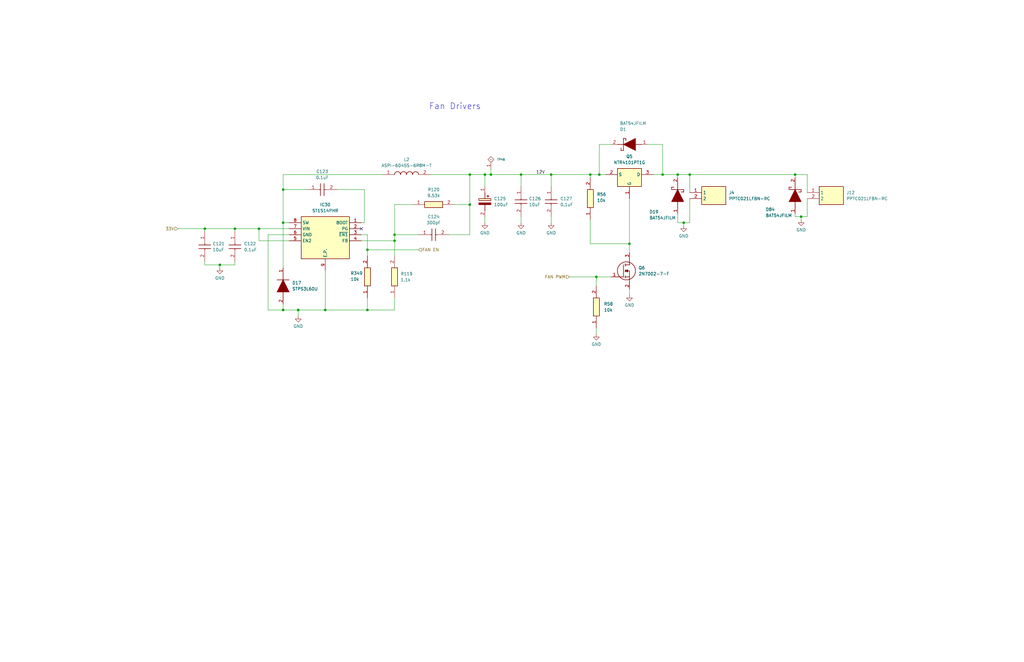
<source format=kicad_sch>
(kicad_sch (version 20231120) (generator "eeschema") (generator_version "8.0")
  (paper "B")
  (title_block (title "Audio System") (date "2025-02-06") (rev "P1") (company "Wolfe Engineering"))
  (lib_symbols
    (symbol "1 Audio Amp:NTR4101PT1G"
      (property "Reference" "Q" (at 16.51 7.62 0))
      (property "Value" "NTR4101PT1G" (at 16.51 5.08 0))
      (symbol "NTR4101PT1G_1_1"
        (rectangle (start 5.08 2.54) (end 15.24 -5.08) (stroke (width 0.254)) (fill (type background)))
        (pin passive line (at 10.16 -10.16 90) (length 5.08) (name "G") (number "1"))
        (pin passive line (at 0 0 0) (length 5.08) (name "S") (number "2"))
        (pin passive line (at 20.32 0 180) (length 5.08) (name "D") (number "3"))
      )
    )
    (symbol "1 Audio Amp:PPTC021LFBN-RC"
      (property "Reference" "J" (at 16.51 7.62 0))
      (property "Value" "PPTC021LFBN-RC" (at 16.51 5.08 0))
      (symbol "PPTC021LFBN-RC_1_1"
        (rectangle (start 5.08 2.54) (end 15.24 -5.08) (stroke (width 0.254)) (fill (type background)))
        (pin passive line (at 0 0 0) (length 5.08) (name "1") (number "1"))
        (pin passive line (at 0 -2.54 0) (length 5.08) (name "2") (number "2"))
      )
    )
    (symbol "Audio System:2N7002-7-F" (pin_names hide)
      (property "Reference" "Q" (at 11.43 3.81 0))
      (property "Value" "2N7002-7-F" (at 11.43 1.27 0))
      (symbol "2N7002-7-F_1_1"
        (polyline (pts (xy 2.54 0) (xy 5.08 0)) (stroke (width 0.254)))
        (polyline (pts (xy 5.08 5.08) (xy 5.08 0)) (stroke (width 0.254)))
        (polyline (pts (xy 5.842 -0.508) (xy 5.842 0.508)) (stroke (width 0.254)))
        (polyline (pts (xy 5.842 0) (xy 7.62 0)) (stroke (width 0.254)))
        (polyline (pts (xy 5.842 2.032) (xy 5.842 3.048)) (stroke (width 0.254)))
        (polyline (pts (xy 5.842 5.588) (xy 5.842 4.572)) (stroke (width 0.254)))
        (polyline (pts (xy 7.62 2.54) (xy 5.842 2.54)) (stroke (width 0.254)))
        (polyline (pts (xy 7.62 2.54) (xy 7.62 -2.54)) (stroke (width 0.254)))
        (polyline (pts (xy 7.62 5.08) (xy 5.842 5.08)) (stroke (width 0.254)))
        (polyline (pts (xy 7.62 5.08) (xy 7.62 7.62)) (stroke (width 0.254)))
        (polyline (pts (xy 5.842 2.54) (xy 6.858 3.048) (xy 6.858 2.032) (xy 5.842 2.54)) (stroke (width 0.254)) (fill (type outline)))
        (circle (center 6.35 2.54) (radius 3.81) (stroke (width 0.254)))
        (pin passive line (at 0 0 0) (length 2.54) (name "G") (number "1"))
        (pin passive line (at 7.62 -5.08 90) (length 2.54) (name "S") (number "2"))
        (pin passive line (at 7.62 10.16 270) (length 2.54) (name "D") (number "3"))
      )
    )
    (symbol "Audio System:865080343009" (pin_names hide)
      (property "Reference" "C" (at 8.89 6.35 0))
      (property "Value" "865080343009" (at 8.89 3.81 0))
      (symbol "865080343009_1_1"
        (polyline (pts (xy 2.54 0) (xy 5.08 0)) (stroke (width 0.254)))
        (polyline (pts (xy 4.064 1.778) (xy 4.064 0.762)) (stroke (width 0.254)))
        (polyline (pts (xy 4.572 1.27) (xy 3.556 1.27)) (stroke (width 0.254)))
        (polyline (pts (xy 7.62 0) (xy 10.16 0)) (stroke (width 0.254)))
        (polyline (pts (xy 7.62 2.54) (xy 7.62 -2.54) (xy 6.858 -2.54) (xy 6.858 2.54) (xy 7.62 2.54)) (stroke (width 0.254)) (fill (type outline)))
        (rectangle (start 5.08 2.54) (end 5.842 -2.54) (stroke (width 0.254)) (fill (type background)))
        (pin passive line (at 0 0 0) (length 2.54) (name "+") (number "1"))
        (pin passive line (at 12.7 0 180) (length 2.54) (name "-") (number "2"))
      )
    )
    (symbol "Audio System:ASPI-6045S-6R8M-T" (pin_names hide)
      (property "Reference" "L" (at 16.51 6.35 0))
      (property "Value" "ASPI-6045S-6R8M-T" (at 16.51 3.81 0))
      (symbol "ASPI-6045S-6R8M-T_1_1"
        (arc (start 7.62 0) (mid 6.35 1.219) (end 5.08 0) (stroke (width 0.254)))
        (arc (start 10.16 0) (mid 8.89 1.219) (end 7.62 0) (stroke (width 0.254)))
        (arc (start 12.7 0) (mid 11.43 1.219) (end 10.16 0) (stroke (width 0.254)))
        (arc (start 15.24 0) (mid 13.97 1.219) (end 12.7 0) (stroke (width 0.254)))
        (pin passive line (at 0 0 0) (length 5.08) (name "1") (number "1"))
        (pin passive line (at 20.32 0 180) (length 5.08) (name "2") (number "2"))
      )
    )
    (symbol "Audio System:BAT54JFILM" (pin_names hide)
      (property "Reference" "D" (at 12.7 8.89 0))
      (property "Value" "BAT54JFILM" (at 12.7 6.35 0))
      (symbol "BAT54JFILM_1_1"
        (polyline (pts (xy 5.08 0) (xy 7.62 0)) (stroke (width 0.254)))
        (polyline (pts (xy 6.604 -1.524) (xy 6.604 -2.54)) (stroke (width 0.254)))
        (polyline (pts (xy 7.62 -2.54) (xy 6.604 -2.54)) (stroke (width 0.254)))
        (polyline (pts (xy 7.62 2.54) (xy 7.62 -2.54)) (stroke (width 0.254)))
        (polyline (pts (xy 7.62 2.54) (xy 8.636 2.54)) (stroke (width 0.254)))
        (polyline (pts (xy 8.636 1.524) (xy 8.636 2.54)) (stroke (width 0.254)))
        (polyline (pts (xy 12.7 0) (xy 15.24 0)) (stroke (width 0.254)))
        (polyline (pts (xy 7.62 0) (xy 12.7 2.54) (xy 12.7 -2.54) (xy 7.62 0)) (stroke (width 0.254)) (fill (type outline)))
        (pin passive line (at 17.78 0 180) (length 2.54) (name "A") (number "1"))
        (pin passive line (at 2.54 0 0) (length 2.54) (name "K") (number "2"))
      )
    )
    (symbol "Audio System:C0603C104M5RACTU" (pin_names hide)
      (property "Reference" "C" (at 8.89 6.35 0))
      (property "Value" "C0603C104M5RACTU" (at 8.89 3.81 0))
      (symbol "C0603C104M5RACTU_1_1"
        (polyline (pts (xy 5.08 0) (xy 5.588 0)) (stroke (width 0.254)))
        (polyline (pts (xy 5.588 2.54) (xy 5.588 -2.54)) (stroke (width 0.254)))
        (polyline (pts (xy 7.112 0) (xy 7.62 0)) (stroke (width 0.254)))
        (polyline (pts (xy 7.112 2.54) (xy 7.112 -2.54)) (stroke (width 0.254)))
        (pin passive line (at 0 0 0) (length 5.08) (name "1") (number "1"))
        (pin passive line (at 12.7 0 180) (length 5.08) (name "2") (number "2"))
      )
    )
    (symbol "Audio System:CL31A106MBHNNNE" (pin_names hide)
      (property "Reference" "C" (at 8.89 6.35 0))
      (property "Value" "CL31A106MBHNNNE" (at 8.89 3.81 0))
      (symbol "CL31A106MBHNNNE_1_1"
        (polyline (pts (xy 5.08 0) (xy 5.588 0)) (stroke (width 0.254)))
        (polyline (pts (xy 5.588 2.54) (xy 5.588 -2.54)) (stroke (width 0.254)))
        (polyline (pts (xy 7.112 0) (xy 7.62 0)) (stroke (width 0.254)))
        (polyline (pts (xy 7.112 2.54) (xy 7.112 -2.54)) (stroke (width 0.254)))
        (pin passive line (at 0 0 0) (length 5.08) (name "1") (number "1"))
        (pin passive line (at 12.7 0 180) (length 5.08) (name "2") (number "2"))
      )
    )
    (symbol "Audio System:GCM1555C1H301JA16D" (pin_names hide)
      (property "Reference" "C" (at 8.89 6.35 0))
      (property "Value" "GCM1555C1H301JA16D" (at 8.89 3.81 0))
      (symbol "GCM1555C1H301JA16D_1_1"
        (polyline (pts (xy 5.08 0) (xy 5.588 0)) (stroke (width 0.254)))
        (polyline (pts (xy 5.588 2.54) (xy 5.588 -2.54)) (stroke (width 0.254)))
        (polyline (pts (xy 7.112 0) (xy 7.62 0)) (stroke (width 0.254)))
        (polyline (pts (xy 7.112 2.54) (xy 7.112 -2.54)) (stroke (width 0.254)))
        (pin passive line (at 0 0 0) (length 5.08) (name "1") (number "1"))
        (pin passive line (at 12.7 0 180) (length 5.08) (name "2") (number "2"))
      )
    )
    (symbol "Audio System:RC0603FR-0710KL" (pin_names hide)
      (property "Reference" "R" (at 13.97 6.35 0))
      (property "Value" "RC0603FR-0710KL" (at 13.97 3.81 0))
      (symbol "RC0603FR-0710KL_1_1"
        (rectangle (start 5.08 1.27) (end 12.7 -1.27) (stroke (width 0.254)) (fill (type background)))
        (pin passive line (at 0 0 0) (length 5.08) (name "1") (number "1"))
        (pin passive line (at 17.78 0 180) (length 5.08) (name "2") (number "2"))
      )
    )
    (symbol "Audio System:RC0603FR-071K1L" (pin_names hide)
      (property "Reference" "R" (at 13.97 6.35 0))
      (property "Value" "RC0603FR-071K1L" (at 13.97 3.81 0))
      (symbol "RC0603FR-071K1L_1_1"
        (rectangle (start 5.08 1.27) (end 12.7 -1.27) (stroke (width 0.254)) (fill (type background)))
        (pin passive line (at 0 0 0) (length 5.08) (name "1") (number "1"))
        (pin passive line (at 17.78 0 180) (length 5.08) (name "2") (number "2"))
      )
    )
    (symbol "Audio System:RC0603FR-079K53L" (pin_names hide)
      (property "Reference" "R" (at 13.97 6.35 0))
      (property "Value" "RC0603FR-079K53L" (at 13.97 3.81 0))
      (symbol "RC0603FR-079K53L_1_1"
        (rectangle (start 5.08 1.27) (end 12.7 -1.27) (stroke (width 0.254)) (fill (type background)))
        (pin passive line (at 0 0 0) (length 5.08) (name "1") (number "1"))
        (pin passive line (at 17.78 0 180) (length 5.08) (name "2") (number "2"))
      )
    )
    (symbol "Audio System:ST1S14PHR"
      (property "Reference" "IC" (at 26.67 7.62 0))
      (property "Value" "ST1S14PHR" (at 26.67 5.08 0))
      (symbol "ST1S14PHR_1_1"
        (rectangle (start 5.08 2.54) (end 25.4 -15.24) (stroke (width 0.254)) (fill (type background)))
        (pin passive line (at 0 0 0) (length 5.08) (name "BOOT") (number "1"))
        (pin passive line (at 0 -2.54 0) (length 5.08) (name "PG") (number "2"))
        (pin passive line (at 0 -5.08 0) (length 5.08) (name "~{EN1}") (number "3"))
        (pin passive line (at 0 -7.62 0) (length 5.08) (name "FB") (number "4"))
        (pin passive line (at 30.48 -7.62 180) (length 5.08) (name "EN2") (number "5"))
        (pin passive line (at 30.48 -5.08 180) (length 5.08) (name "GND") (number "6"))
        (pin passive line (at 30.48 -2.54 180) (length 5.08) (name "VIN") (number "7"))
        (pin passive line (at 30.48 0 180) (length 5.08) (name "SW") (number "8"))
        (pin passive line (at 15.24 -20.32 90) (length 5.08) (name "E.P.") (number "9"))
      )
    )
    (symbol "Audio System:STPS3L60U" (pin_names hide)
      (property "Reference" "D" (at 11.43 5.08 0))
      (property "Value" "STPS3L60U" (at 11.43 2.54 0))
      (symbol "STPS3L60U_1_1"
        (polyline (pts (xy 2.54 0) (xy 5.08 0)) (stroke (width 0.254)))
        (polyline (pts (xy 5.08 2.54) (xy 5.08 -2.54)) (stroke (width 0.254)))
        (polyline (pts (xy 10.16 0) (xy 12.7 0)) (stroke (width 0.254)))
        (polyline (pts (xy 5.08 0) (xy 10.16 2.54) (xy 10.16 -2.54) (xy 5.08 0)) (stroke (width 0.254)) (fill (type outline)))
        (pin passive line (at 0 0 0) (length 2.54) (name "K") (number "1"))
        (pin passive line (at 15.24 0 180) (length 2.54) (name "A") (number "2"))
      )
    )
    (symbol "Audio System:TP"
      (property "Reference" "TP" (at 2.54 -1.27 0))
      (symbol "TP_0_1"
        (polyline (pts (xy 0 -1.27) (xy 1.27 0) (xy 0 1.27) (xy -1.27 0) (xy 0 -1.27)))
      )
      (symbol "TP_1_1"
        (pin input line (at 0 -3.81 90) (length 2.54) (name "") (number "1"))
      )
    )
    (symbol "GND_10" (power) (pin_names (offset 0))
      (property "Value" "GND" (at 0 -3.81 0))
      (symbol "GND_10_0_1"
        (polyline (pts (xy 0 0) (xy 0 -1.27) (xy 1.27 -1.27) (xy 0 -2.54) (xy -1.27 -1.27) (xy 0 -1.27)))
      )
      (symbol "GND_10_1_1"
        (pin power_in line (at 0 0 270) (length 0) hide (name "GND") (number "1"))
      )
    )
    (symbol "GND_2" (power) (pin_names (offset 0))
      (property "Value" "GND" (at 0 -3.81 0))
      (symbol "GND_2_0_1"
        (polyline (pts (xy 0 0) (xy 0 -1.27) (xy 1.27 -1.27) (xy 0 -2.54) (xy -1.27 -1.27) (xy 0 -1.27)))
      )
      (symbol "GND_2_1_1"
        (pin power_in line (at 0 0 270) (length 0) hide (name "GND") (number "1"))
      )
    )
    (symbol "GND_3" (power) (pin_names (offset 0))
      (property "Value" "GND" (at 0 -3.81 0))
      (symbol "GND_3_0_1"
        (polyline (pts (xy 0 0) (xy 0 -1.27) (xy 1.27 -1.27) (xy 0 -2.54) (xy -1.27 -1.27) (xy 0 -1.27)))
      )
      (symbol "GND_3_1_1"
        (pin power_in line (at 0 0 270) (length 0) hide (name "GND") (number "1"))
      )
    )
    (symbol "GND_6" (power) (pin_names (offset 0))
      (property "Value" "GND" (at 0 -3.81 0))
      (symbol "GND_6_0_1"
        (polyline (pts (xy 0 0) (xy 0 -1.27) (xy 1.27 -1.27) (xy 0 -2.54) (xy -1.27 -1.27) (xy 0 -1.27)))
      )
      (symbol "GND_6_1_1"
        (pin power_in line (at 0 0 270) (length 0) hide (name "GND") (number "1"))
      )
    )
    (symbol "GND_8" (power) (pin_names (offset 0))
      (property "Value" "GND" (at 0 -3.81 0))
      (symbol "GND_8_0_1"
        (polyline (pts (xy 0 0) (xy 0 -1.27) (xy 1.27 -1.27) (xy 0 -2.54) (xy -1.27 -1.27) (xy 0 -1.27)))
      )
      (symbol "GND_8_1_1"
        (pin power_in line (at 0 0 270) (length 0) hide (name "GND") (number "1"))
      )
    )
    (symbol "power:GND" (power) (pin_names (offset 0))
      (property "Value" "GND" (at 0 -3.81 0))
      (symbol "GND_0_1"
        (polyline (pts (xy 0 0) (xy 0 -1.27) (xy 1.27 -1.27) (xy 0 -2.54) (xy -1.27 -1.27) (xy 0 -1.27)))
      )
      (symbol "GND_1_1"
        (pin power_in line (at 0 0 270) (length 0) hide (name "GND") (number "1"))
      )
    )
  )
  (junction (at 198.12 73.66))
  (junction (at 207.01 73.66))
  (junction (at 232.41 73.66))
  (junction (at 154.94 130.81))
  (junction (at 166.37 99.06))
  (junction (at 335.28 73.66))
  (junction (at 119.38 130.81))
  (junction (at 252.73 73.66))
  (junction (at 99.06 96.52))
  (junction (at 219.71 73.66))
  (junction (at 86.36 96.52))
  (junction (at 285.75 73.66))
  (junction (at 204.47 73.66))
  (junction (at 154.94 105.41))
  (junction (at 265.43 102.87))
  (junction (at 92.71 111.76))
  (junction (at 109.22 96.52))
  (junction (at 119.38 80.01))
  (junction (at 290.83 73.66))
  (junction (at 198.12 86.36))
  (junction (at 279.4 73.66))
  (junction (at 337.82 91.44))
  (junction (at 251.46 116.84))
  (junction (at 119.38 93.98))
  (junction (at 125.73 130.81))
  (junction (at 166.37 101.6))
  (junction (at 137.16 130.81))
  (junction (at 248.92 73.66))
  (junction (at 288.29 93.98))
  (no_connect (at 152.4 96.52))
  (wire (pts (xy 285.75 90.17) (xy 285.75 93.98)))
  (wire (pts (xy 154.94 105.41) (xy 154.94 99.06)))
  (wire (pts (xy 290.83 73.66) (xy 290.83 81.28)))
  (wire (pts (xy 99.06 110.49) (xy 99.06 111.76)))
  (wire (pts (xy 86.36 96.52) (xy 99.06 96.52)))
  (wire (pts (xy 74.93 96.52) (xy 86.36 96.52)))
  (wire (pts (xy 176.53 99.06) (xy 166.37 99.06)))
  (wire (pts (xy 153.67 80.01) (xy 142.24 80.01)))
  (wire (pts (xy 288.29 93.98) (xy 288.29 95.25)))
  (wire (pts (xy 251.46 120.65) (xy 251.46 116.84)))
  (wire (pts (xy 86.36 97.79) (xy 86.36 96.52)))
  (wire (pts (xy 137.16 130.81) (xy 154.94 130.81)))
  (wire (pts (xy 173.99 86.36) (xy 166.37 86.36)))
  (wire (pts (xy 166.37 130.81) (xy 166.37 125.73)))
  (wire (pts (xy 198.12 73.66) (xy 198.12 86.36)))
  (wire (pts (xy 207.01 71.12) (xy 207.01 73.66)))
  (wire (pts (xy 335.28 90.17) (xy 335.28 91.44)))
  (wire (pts (xy 290.83 83.82) (xy 290.83 93.98)))
  (wire (pts (xy 337.82 91.44) (xy 337.82 92.71)))
  (wire (pts (xy 166.37 101.6) (xy 166.37 107.95)))
  (wire (pts (xy 219.71 73.66) (xy 219.71 78.74)))
  (wire (pts (xy 119.38 80.01) (xy 119.38 73.66)))
  (wire (pts (xy 257.81 60.96) (xy 252.73 60.96)))
  (wire (pts (xy 248.92 102.87) (xy 265.43 102.87)))
  (wire (pts (xy 232.41 73.66) (xy 232.41 78.74)))
  (wire (pts (xy 152.4 101.6) (xy 166.37 101.6)))
  (wire (pts (xy 204.47 91.44) (xy 204.47 93.98)))
  (wire (pts (xy 265.43 121.92) (xy 265.43 124.46)))
  (wire (pts (xy 198.12 73.66) (xy 204.47 73.66)))
  (wire (pts (xy 252.73 73.66) (xy 255.27 73.66)))
  (wire (pts (xy 290.83 73.66) (xy 335.28 73.66)))
  (wire (pts (xy 340.36 73.66) (xy 340.36 81.28)))
  (wire (pts (xy 251.46 138.43) (xy 251.46 140.97)))
  (wire (pts (xy 189.23 99.06) (xy 198.12 99.06)))
  (wire (pts (xy 181.61 73.66) (xy 198.12 73.66)))
  (wire (pts (xy 109.22 96.52) (xy 121.92 96.52)))
  (wire (pts (xy 154.94 107.95) (xy 154.94 105.41)))
  (wire (pts (xy 99.06 111.76) (xy 92.71 111.76)))
  (wire (pts (xy 176.53 105.41) (xy 154.94 105.41)))
  (wire (pts (xy 153.67 93.98) (xy 153.67 80.01)))
  (wire (pts (xy 125.73 130.81) (xy 119.38 130.81)))
  (wire (pts (xy 285.75 73.66) (xy 285.75 74.93)))
  (wire (pts (xy 152.4 93.98) (xy 153.67 93.98)))
  (wire (pts (xy 340.36 83.82) (xy 340.36 91.44)))
  (wire (pts (xy 288.29 93.98) (xy 285.75 93.98)))
  (wire (pts (xy 248.92 73.66) (xy 252.73 73.66)))
  (wire (pts (xy 275.59 73.66) (xy 279.4 73.66)))
  (wire (pts (xy 279.4 60.96) (xy 279.4 73.66)))
  (wire (pts (xy 219.71 73.66) (xy 232.41 73.66)))
  (wire (pts (xy 119.38 93.98) (xy 121.92 93.98)))
  (wire (pts (xy 119.38 93.98) (xy 119.38 113.03)))
  (wire (pts (xy 248.92 102.87) (xy 248.92 92.71)))
  (wire (pts (xy 109.22 101.6) (xy 109.22 96.52)))
  (wire (pts (xy 119.38 80.01) (xy 119.38 93.98)))
  (wire (pts (xy 129.54 80.01) (xy 119.38 80.01)))
  (wire (pts (xy 219.71 91.44) (xy 219.71 93.98)))
  (wire (pts (xy 273.05 60.96) (xy 279.4 60.96)))
  (wire (pts (xy 92.71 111.76) (xy 86.36 111.76)))
  (wire (pts (xy 99.06 96.52) (xy 109.22 96.52)))
  (wire (pts (xy 279.4 73.66) (xy 285.75 73.66)))
  (wire (pts (xy 119.38 130.81) (xy 113.03 130.81)))
  (wire (pts (xy 166.37 86.36) (xy 166.37 99.06)))
  (wire (pts (xy 191.77 86.36) (xy 198.12 86.36)))
  (wire (pts (xy 137.16 114.3) (xy 137.16 130.81)))
  (wire (pts (xy 113.03 99.06) (xy 113.03 130.81)))
  (wire (pts (xy 207.01 73.66) (xy 219.71 73.66)))
  (wire (pts (xy 166.37 99.06) (xy 166.37 101.6)))
  (wire (pts (xy 335.28 73.66) (xy 340.36 73.66)))
  (wire (pts (xy 248.92 73.66) (xy 248.92 74.93)))
  (wire (pts (xy 125.73 130.81) (xy 137.16 130.81)))
  (wire (pts (xy 204.47 73.66) (xy 204.47 78.74)))
  (wire (pts (xy 337.82 91.44) (xy 340.36 91.44)))
  (wire (pts (xy 92.71 111.76) (xy 92.71 113.03)))
  (wire (pts (xy 285.75 73.66) (xy 290.83 73.66)))
  (wire (pts (xy 119.38 73.66) (xy 161.29 73.66)))
  (wire (pts (xy 252.73 60.96) (xy 252.73 73.66)))
  (wire (pts (xy 265.43 83.82) (xy 265.43 102.87)))
  (wire (pts (xy 335.28 91.44) (xy 337.82 91.44)))
  (wire (pts (xy 154.94 99.06) (xy 152.4 99.06)))
  (wire (pts (xy 251.46 116.84) (xy 257.81 116.84)))
  (wire (pts (xy 232.41 73.66) (xy 248.92 73.66)))
  (wire (pts (xy 288.29 93.98) (xy 290.83 93.98)))
  (wire (pts (xy 99.06 96.52) (xy 99.06 97.79)))
  (wire (pts (xy 154.94 130.81) (xy 166.37 130.81)))
  (wire (pts (xy 232.41 91.44) (xy 232.41 93.98)))
  (wire (pts (xy 125.73 130.81) (xy 125.73 133.35)))
  (wire (pts (xy 240.03 116.84) (xy 251.46 116.84)))
  (wire (pts (xy 121.92 101.6) (xy 109.22 101.6)))
  (wire (pts (xy 265.43 102.87) (xy 265.43 106.68)))
  (wire (pts (xy 198.12 86.36) (xy 198.12 99.06)))
  (wire (pts (xy 121.92 99.06) (xy 113.03 99.06)))
  (wire (pts (xy 86.36 111.76) (xy 86.36 110.49)))
  (wire (pts (xy 154.94 125.73) (xy 154.94 130.81)))
  (wire (pts (xy 119.38 128.27) (xy 119.38 130.81)))
  (wire (pts (xy 204.47 73.66) (xy 207.01 73.66)))
  (wire (pts (xy 335.28 74.93) (xy 335.28 73.66)))
  (text "Fan Drivers" (at 180.848 46.482 0) (effects (font (size 2.54 2.54)) (justify left bottom)))
  (label "12V" (at 226.06 73.66 0))
  (hierarchical_label "33V" (shape input) (at 74.93 96.52 180))
  (hierarchical_label "FAN PWM" (shape input) (at 240.03 116.84 180))
  (hierarchical_label "FAN EN" (shape input) (at 176.53 105.41 0))
  (symbol (lib_id "Audio System:RC0603FR-071K1L") (at 166.37 125.73 90) (unit 1)
    (property "Reference" "R119" (at 168.91 115.57 90) (effects (justify right)))
    (property "Value" "1.1k" (at 168.91 118.11 90) (effects (justify right)))
    (property "Footprint" "1 Audio Amp:RESC1608X55N" (effects (hide yes)))
    (property "Datasheet" "https://www.mouser.com/datasheet/2/447/PYu-RC_Group_51_RoHS_L_9-1314892.pdf" (effects (hide yes)))
    (property "Height" "0.55" (effects (hide yes)))
    (property "Manufacturer_Name" "YAGEO" (effects (hide yes)))
    (property "Manufacturer_Part_Number" "RC0603FR-071K1L" (effects (hide yes)))
    (property "Mouser Part Number" "603-RC0603FR-071K1L" (effects (hide yes)))
    (property "Mouser Price/Stock" "https://www.mouser.co.uk/ProductDetail/YAGEO/RC0603FR-071K1L?qs=qOORb529CA13A6%252BuNPCZDQ%3D%3D" (effects (hide yes)))
  )
  (symbol (lib_id "Audio System:RC0603FR-0710KL") (at 251.46 138.43 90) (unit 1)
    (property "Reference" "R58" (at 254.635 128.27 90) (effects (justify right)))
    (property "Value" "10k" (at 254.635 130.81 90) (effects (justify right)))
    (property "Footprint" "1 Audio Amp:RESC1608X55N" (effects (hide yes)))
    (property "Datasheet" "http://www.yageo.com/documents/recent/PYu-RC0603_51_RoHS_L_v5.pdf" (effects (hide yes)))
    (property "Height" "0.55" (effects (hide yes)))
    (property "Manufacturer_Name" "KEMET" (effects (hide yes)))
    (property "Manufacturer_Part_Number" "RC0603FR-0710KL" (effects (hide yes)))
    (property "Mouser Part Number" "603-RC0603FR-0710KL" (effects (hide yes)))
    (property "Mouser Price/Stock" "https://www.mouser.co.uk/ProductDetail/YAGEO/RC0603FR-0710KL?qs=grNVn54RoB%252B3GtjbJj3wJQ%3D%3D" (effects (hide yes)))
    (property "Arrow Part Number" "RC0603FR-0710KL" (effects (hide yes)))
    (property "Arrow Price/Stock" "https://www.arrow.com/en/products/rc0603fr-0710kl/yageo?region=nac" (effects (hide yes)))
  )
  (symbol (lib_name "GND_3") (lib_id "power:GND") (at 232.41 93.98 0) (unit 1)
    (property "Reference" "#PWR0168" (effects (hide yes)))
    (property "Value" "GND" (at 232.41 98.298 0))
  )
  (symbol (lib_id "Audio System:C0603C104M5RACTU") (at 99.06 97.79 270) (unit 1)
    (property "Reference" "C122" (at 102.87 102.87 90) (effects (justify left)))
    (property "Value" "0.1uF" (at 102.87 105.41 90) (effects (justify left)))
    (property "Footprint" "1 Audio Amp:C0603" (effects (hide yes)))
    (property "Datasheet" "https://content.kemet.com/datasheets/KEM_C1002_X7R_SMD.pdf" (effects (hide yes)))
    (property "Height" "0.87" (effects (hide yes)))
    (property "Manufacturer_Name" "KEMET" (effects (hide yes)))
    (property "Manufacturer_Part_Number" "C0603C104M5RACTU" (effects (hide yes)))
    (property "Mouser Part Number" "80-C0603C104M5R" (effects (hide yes)))
    (property "Mouser Price/Stock" "https://www.mouser.co.uk/ProductDetail/KEMET/C0603C104M5RACTU?qs=YkRtRX%252BfoqJT%252B0m410IP4A%3D%3D" (effects (hide yes)))
    (property "Arrow Part Number" "C0603C104M5RACTU" (effects (hide yes)))
    (property "Arrow Price/Stock" "https://www.arrow.com/en/products/c0603c104m5ractu/kemet-corporation?utm_currency=USD&region=nac" (effects (hide yes)))
  )
  (symbol (lib_id "Audio System:TP") (at 207.01 67.31 0) (unit 1) (exclude_from_sim yes) (in_bom no)
    (property "Reference" "TP46" (at 209.55 67.3099 0) (effects (font (size 0.9 0.9)) (justify left)))
    (property "Value" "~" (at 207.01 67.31 0))
    (property "Footprint" "1 Audio Amp:TP" (effects (hide yes)))
  )
  (symbol (lib_id "Audio System:GCM1555C1H301JA16D") (at 176.53 99.06 0) (unit 1)
    (property "Reference" "C124" (at 182.88 91.44 0))
    (property "Value" "300pF" (at 182.88 93.98 0))
    (property "Footprint" "1 Audio Amp:GCM155" (effects (hide yes)))
    (property "Datasheet" "https://search.murata.co.jp/Ceramy/image/img/A01X/G101/ENG/GCM1555C1H301JA16-01.pdf" (effects (hide yes)))
    (property "Height" "0.55" (effects (hide yes)))
    (property "Manufacturer_Name" "Murata Electronics" (effects (hide yes)))
    (property "Manufacturer_Part_Number" "GCM1555C1H301JA16D" (effects (hide yes)))
    (property "Mouser Part Number" "81-GCM1555C1H301JA6D" (effects (hide yes)))
    (property "Mouser Price/Stock" "https://www.mouser.com/Search/Refine.aspx?Keyword=81-GCM1555C1H301JA6D" (effects (hide yes)))
  )
  (symbol (lib_name "GND_2") (lib_id "power:GND") (at 219.71 93.98 0) (unit 1)
    (property "Reference" "#PWR0167" (effects (hide yes)))
    (property "Value" "GND" (at 219.71 98.298 0))
  )
  (symbol (lib_id "1 Audio Amp:NTR4101PT1G") (at 255.27 73.66 0) (unit 1)
    (property "Reference" "Q5" (at 265.43 66.04 0))
    (property "Value" "NTR4101PT1G" (at 265.43 68.58 0))
    (property "Footprint" "SOT96P237X111-3N" (effects (hide yes)))
    (property "Datasheet" "https://www.onsemi.com/pub/Collateral/NTR4101P-D.PDF" (effects (hide yes)))
    (property "Description" "Leading -20 V Trench for Low RDS(on); -1.8 V Rated for Low Voltage Gate Drive; SOT-23 Surface Mount for Small Footprint; RoHS Compliant" (effects (hide yes)))
    (property "Height" "1.11" (effects (hide yes)))
    (property "Manufacturer_Name" "onsemi" (effects (hide yes)))
    (property "Manufacturer_Part_Number" "NTR4101PT1G" (effects (hide yes)))
    (property "Mouser Part Number" "863-NTR4101PT1G" (effects (hide yes)))
    (property "Mouser Price/Stock" "https://www.mouser.co.uk/ProductDetail/onsemi/NTR4101PT1G?qs=ZXBb0xZ9WeBh273dYEE9qw%3D%3D" (effects (hide yes)))
    (property "Arrow Part Number" "NTR4101PT1G" (effects (hide yes)))
    (property "Arrow Price/Stock" "https://www.arrow.com/en/products/ntr4101pt1g/on-semiconductor?region=nac" (effects (hide yes)))
  )
  (symbol (lib_name "GND_3") (lib_id "power:GND") (at 251.46 140.97 0) (unit 1)
    (property "Reference" "#PWR03" (effects (hide yes)))
    (property "Value" "GND" (at 251.46 145.288 0))
  )
  (symbol (lib_id "Audio System:RC0603FR-0710KL") (at 154.94 125.73 90) (unit 1)
    (property "Reference" "R349" (at 147.828 115.316 90) (effects (justify right)))
    (property "Value" "10k" (at 147.828 117.856 90) (effects (justify right)))
    (property "Footprint" "1 Audio Amp:RESC1608X55N" (effects (hide yes)))
    (property "Datasheet" "http://www.yageo.com/documents/recent/PYu-RC0603_51_RoHS_L_v5.pdf" (effects (hide yes)))
    (property "Height" "0.55" (effects (hide yes)))
    (property "Manufacturer_Name" "KEMET" (effects (hide yes)))
    (property "Manufacturer_Part_Number" "RC0603FR-0710KL" (effects (hide yes)))
    (property "Mouser Part Number" "603-RC0603FR-0710KL" (effects (hide yes)))
    (property "Mouser Price/Stock" "https://www.mouser.co.uk/ProductDetail/YAGEO/RC0603FR-0710KL?qs=grNVn54RoB%252B3GtjbJj3wJQ%3D%3D" (effects (hide yes)))
    (property "Arrow Part Number" "RC0603FR-0710KL" (effects (hide yes)))
    (property "Arrow Price/Stock" "https://www.arrow.com/en/products/rc0603fr-0710kl/yageo?region=nac" (effects (hide yes)))
  )
  (symbol (lib_name "GND_3") (lib_id "power:GND") (at 265.43 124.46 0) (unit 1)
    (property "Reference" "#PWR02" (effects (hide yes)))
    (property "Value" "GND" (at 265.43 128.778 0))
  )
  (symbol (lib_id "Audio System:C0603C104M5RACTU") (at 129.54 80.01 0) (unit 1)
    (property "Reference" "C123" (at 135.89 72.39 0))
    (property "Value" "0.1uF" (at 135.89 74.93 0))
    (property "Footprint" "1 Audio Amp:C0603" (effects (hide yes)))
    (property "Datasheet" "https://content.kemet.com/datasheets/KEM_C1002_X7R_SMD.pdf" (effects (hide yes)))
    (property "Height" "0.87" (effects (hide yes)))
    (property "Manufacturer_Name" "KEMET" (effects (hide yes)))
    (property "Manufacturer_Part_Number" "C0603C104M5RACTU" (effects (hide yes)))
    (property "Mouser Part Number" "80-C0603C104M5R" (effects (hide yes)))
    (property "Mouser Price/Stock" "https://www.mouser.co.uk/ProductDetail/KEMET/C0603C104M5RACTU?qs=YkRtRX%252BfoqJT%252B0m410IP4A%3D%3D" (effects (hide yes)))
    (property "Arrow Part Number" "C0603C104M5RACTU" (effects (hide yes)))
    (property "Arrow Price/Stock" "https://www.arrow.com/en/products/c0603c104m5ractu/kemet-corporation?utm_currency=USD&region=nac" (effects (hide yes)))
  )
  (symbol (lib_id "Audio System:ASPI-6045S-6R8M-T") (at 161.29 73.66 0) (unit 1)
    (property "Reference" "L2" (at 171.45 67.31 0))
    (property "Value" "ASPI-6045S-6R8M-T" (at 171.45 69.85 0))
    (property "Footprint" "1 Audio Amp:ASPI-6045S" (effects (hide yes)))
    (property "Datasheet" "https://abracon.com/Magnetics/power/ASPI-6045S.pdf" (effects (hide yes)))
    (property "Height" "4.5" (effects (hide yes)))
    (property "Manufacturer_Name" "ABRACON" (effects (hide yes)))
    (property "Manufacturer_Part_Number" "ASPI-6045S-6R8M-T" (effects (hide yes)))
    (property "Mouser Part Number" "815-ASPI-6045S-6R8MT" (effects (hide yes)))
    (property "Mouser Price/Stock" "https://www.mouser.co.uk/ProductDetail/ABRACON/ASPI-6045S-6R8M-T?qs=Y3s8Jkk9bu9mAbWIGyDq8w%3D%3D" (effects (hide yes)))
    (property "Arrow Part Number" "ASPI-6045S-6R8M-T" (effects (hide yes)))
    (property "Arrow Price/Stock" "https://www.arrow.com/en/products/aspi-6045s-6r8m-t/abracon?region=europe" (effects (hide yes)))
  )
  (symbol (lib_id "1 Audio Amp:PPTC021LFBN-RC") (at 290.83 81.28 0) (unit 1)
    (property "Reference" "J4" (at 307.34 81.2799 0) (effects (justify left)))
    (property "Value" "PPTC021LFBN-RC" (at 307.34 83.8199 0) (effects (justify left)))
    (property "Footprint" "1 Audio Amp:RHDR2W80P0X254_1X2_558X254X850P" (effects (hide yes)))
    (property "Datasheet" "http://www.sullinscorp.com/drawings/78_P(N)PxCxxxLFBN-RC,_10492-H.pdf" (effects (hide yes)))
    (property "Description" "CONN HEADER FEMALE 2POS .1\" TIN" (effects (hide yes)))
    (property "Height" "8.5" (effects (hide yes)))
    (property "Manufacturer_Name" "Sullins" (effects (hide yes)))
    (property "Manufacturer_Part_Number" "PPTC021LFBN-RC" (effects (hide yes)))
  )
  (symbol (lib_name "GND_8") (lib_id "power:GND") (at 288.29 95.25 0) (unit 1)
    (property "Reference" "#PWR049" (effects (hide yes)))
    (property "Value" "GND" (at 288.29 99.568 0))
  )
  (symbol (lib_id "Audio System:RC0603FR-0710KL") (at 248.92 92.71 90) (unit 1)
    (property "Reference" "R56" (at 251.714 82.042 90) (effects (justify right)))
    (property "Value" "10k" (at 251.714 84.582 90) (effects (justify right)))
    (property "Footprint" "1 Audio Amp:RESC1608X55N" (effects (hide yes)))
    (property "Datasheet" "http://www.yageo.com/documents/recent/PYu-RC0603_51_RoHS_L_v5.pdf" (effects (hide yes)))
    (property "Height" "0.55" (effects (hide yes)))
    (property "Manufacturer_Name" "KEMET" (effects (hide yes)))
    (property "Manufacturer_Part_Number" "RC0603FR-0710KL" (effects (hide yes)))
    (property "Mouser Part Number" "603-RC0603FR-0710KL" (effects (hide yes)))
    (property "Mouser Price/Stock" "https://www.mouser.co.uk/ProductDetail/YAGEO/RC0603FR-0710KL?qs=grNVn54RoB%252B3GtjbJj3wJQ%3D%3D" (effects (hide yes)))
    (property "Arrow Part Number" "RC0603FR-0710KL" (effects (hide yes)))
    (property "Arrow Price/Stock" "https://www.arrow.com/en/products/rc0603fr-0710kl/yageo?region=nac" (effects (hide yes)))
  )
  (symbol (lib_id "Audio System:865080343009") (at 204.47 78.74 270) (unit 1)
    (property "Reference" "C125" (at 208.28 83.82 90) (effects (justify left)))
    (property "Value" "100uF" (at 208.28 86.36 90) (effects (justify left)))
    (property "Footprint" "1 Audio Amp:865080343009" (effects (hide yes)))
    (property "Datasheet" "https://www.we-online.com/components/products/datasheet/865080343009.pdf" (effects (hide yes)))
    (property "Height" "5" (effects (hide yes)))
    (property "Manufacturer_Name" "Wurth Elektronik" (effects (hide yes)))
    (property "Manufacturer_Part_Number" "865080343009" (effects (hide yes)))
    (property "Mouser Part Number" "710-865080343009" (effects (hide yes)))
    (property "Mouser Price/Stock" "https://www.mouser.co.uk/ProductDetail/Wurth-Elektronik/865080343009?qs=0KOYDY2FL28Gid9q%2FqirTQ%3D%3D" (effects (hide yes)))
  )
  (symbol (lib_id "power:GND") (at 92.71 113.03 0) (unit 1)
    (property "Reference" "#PWR0164" (effects (hide yes)))
    (property "Value" "GND" (at 92.71 117.348 0))
  )
  (symbol (lib_id "Audio System:BAT54JFILM") (at 255.27 60.96 0) (unit 1)
    (property "Reference" "D1" (at 261.366 54.61 0) (effects (justify left)))
    (property "Value" "BAT54JFILM" (at 261.366 52.07 0) (effects (justify left)))
    (property "Footprint" "1 Audio Amp:SOD2513X117N" (effects (hide yes)))
    (property "Datasheet" "https://componentsearchengine.com/Datasheets/2/BAT54JFILM.pdf" (effects (hide yes)))
    (property "Height" "1.17" (effects (hide yes)))
    (property "Manufacturer_Name" "STMicroelectronics" (effects (hide yes)))
    (property "Manufacturer_Part_Number" "BAT54JFILM" (effects (hide yes)))
    (property "Mouser Part Number" "511-BAT54JFILM" (effects (hide yes)))
    (property "Mouser Price/Stock" "https://www.mouser.co.uk/ProductDetail/STMicroelectronics/BAT54JFILM?qs=iux7VCIsw51N9WI%2FM0S0Rw%3D%3D" (effects (hide yes)))
    (property "Arrow Part Number" "BAT54JFILM" (effects (hide yes)))
    (property "Arrow Price/Stock" "https://www.arrow.com/en/products/bat54jfilm/stmicroelectronics?utm_currency=USD&region=europe" (effects (hide yes)))
  )
  (symbol (lib_id "Audio System:STPS3L60U") (at 119.38 113.03 270) (unit 1)
    (property "Reference" "D17" (at 123.19 119.38 90) (effects (justify left)))
    (property "Value" "STPS3L60U" (at 123.19 121.92 90) (effects (justify left)))
    (property "Footprint" "1 Audio Amp:SMBJ50CA" (effects (hide yes)))
    (property "Datasheet" "http://www.st.com/web/en/resource/technical/document/datasheet/CD00002286.pdf" (effects (hide yes)))
    (property "Height" "2.65" (effects (hide yes)))
    (property "Manufacturer_Name" "STMicroelectronics" (effects (hide yes)))
    (property "Manufacturer_Part_Number" "STPS3L60U" (effects (hide yes)))
    (property "Mouser Part Number" "511-STPS3L60U" (effects (hide yes)))
    (property "Mouser Price/Stock" "https://www.mouser.co.uk/ProductDetail/STMicroelectronics/STPS3L60U?qs=NP3vpjCFX6iwV3DBAjttBw%3D%3D" (effects (hide yes)))
    (property "Arrow Part Number" "STPS3L60U" (effects (hide yes)))
    (property "Arrow Price/Stock" "https://www.arrow.com/en/products/stps3l60u/stmicroelectronics?region=europe" (effects (hide yes)))
  )
  (symbol (lib_id "Audio System:ST1S14PHR") (at 152.4 93.98 0) (mirror y) (unit 1)
    (property "Reference" "IC30" (at 137.16 86.36 0))
    (property "Value" "ST1S14PHR" (at 137.16 88.9 0))
    (property "Footprint" "1 Audio Amp:SOIC127P600X175-9N" (effects (hide yes)))
    (property "Datasheet" "http://www.st.com/web/en/resource/technical/document/datasheet/CD00285678.pdf" (effects (hide yes)))
    (property "Height" "1.75" (effects (hide yes)))
    (property "Manufacturer_Name" "STMicroelectronics" (effects (hide yes)))
    (property "Manufacturer_Part_Number" "ST1S14PHR" (effects (hide yes)))
    (property "Mouser Part Number" "511-ST1S14PHR" (effects (hide yes)))
    (property "Mouser Price/Stock" "https://www.mouser.co.uk/ProductDetail/STMicroelectronics/ST1S14PHR?qs=NQm4g1eHia4Ogn8sLa%252BqDg%3D%3D" (effects (hide yes)))
    (property "Arrow Part Number" "ST1S14PHR" (effects (hide yes)))
    (property "Arrow Price/Stock" "https://www.arrow.com/en/products/st1s14phr/stmicroelectronics?region=europe" (effects (hide yes)))
  )
  (symbol (lib_id "Audio System:CL31A106MBHNNNE") (at 86.36 97.79 270) (unit 1)
    (property "Reference" "C121" (at 89.662 102.87 90) (effects (justify left)))
    (property "Value" "10uF" (at 89.662 105.41 90) (effects (justify left)))
    (property "Footprint" "1 Audio Amp:CAPC3216X180N" (effects (hide yes)))
    (property "Datasheet" "https://media.digikey.com/pdf/Data%20Sheets/Samsung%20PDFs/CL_Series_MLCC_ds.pdf" (effects (hide yes)))
    (property "Height" "1.8" (effects (hide yes)))
    (property "Manufacturer_Name" "SAMSUNG" (effects (hide yes)))
    (property "Manufacturer_Part_Number" "CL31A106MBHNNNE" (effects (hide yes)))
    (property "Mouser Part Number" "187-CL31A106MBHNNNE" (effects (hide yes)))
    (property "Mouser Price/Stock" "https://www.mouser.co.uk/ProductDetail/Samsung-Electro-Mechanics/CL31A106MBHNNNE?qs=vLWxofP3U2ynwxdpGjlUyw%3D%3D" (effects (hide yes)))
    (property "Arrow Part Number" "CL31A106MBHNNNE" (effects (hide yes)))
    (property "Arrow Price/Stock" "https://www.arrow.com/en/products/cl31a106mbhnnne/samsung-electro-mechanics?region=nac" (effects (hide yes)))
  )
  (symbol (lib_id "1 Audio Amp:PPTC021LFBN-RC") (at 340.36 81.28 0) (unit 1)
    (property "Reference" "J12" (at 356.87 81.2799 0) (effects (justify left)))
    (property "Value" "PPTC021LFBN-RC" (at 356.87 83.8199 0) (effects (justify left)))
    (property "Footprint" "1 Audio Amp:RHDR2W80P0X254_1X2_558X254X850P" (effects (hide yes)))
    (property "Datasheet" "http://www.sullinscorp.com/drawings/78_P(N)PxCxxxLFBN-RC,_10492-H.pdf" (effects (hide yes)))
    (property "Description" "CONN HEADER FEMALE 2POS .1\" TIN" (effects (hide yes)))
    (property "Height" "8.5" (effects (hide yes)))
    (property "Manufacturer_Name" "Sullins" (effects (hide yes)))
    (property "Manufacturer_Part_Number" "PPTC021LFBN-RC" (effects (hide yes)))
  )
  (symbol (lib_id "Audio System:RC0603FR-079K53L") (at 173.99 86.36 0) (unit 1)
    (property "Reference" "R120" (at 182.88 80.01 0))
    (property "Value" "9.53k" (at 182.88 82.55 0))
    (property "Footprint" "1 Audio Amp:RESC1608X55N" (effects (hide yes)))
    (property "Datasheet" "http://www.yageo.com/documents/recent/PYu-RC0603_51_RoHS_L_v5.pdf" (effects (hide yes)))
    (property "Height" "0.55" (effects (hide yes)))
    (property "Manufacturer_Name" "KEMET" (effects (hide yes)))
    (property "Manufacturer_Part_Number" "RC0603FR-079K53L" (effects (hide yes)))
    (property "Mouser Part Number" "603-RC0603FR-079K53L" (effects (hide yes)))
    (property "Mouser Price/Stock" "https://www.mouser.co.uk/ProductDetail/Yageo/RC0603FR-079K53L?qs=2cAdsCoAWREFD9FeX3CIhg%3D%3D" (effects (hide yes)))
    (property "Arrow Part Number" "RC0603FR-079K53L" (effects (hide yes)))
    (property "Arrow Price/Stock" "https://www.arrow.com/en/products/rc0603fr-079k53l/yageo" (effects (hide yes)))
  )
  (symbol (lib_name "GND_10") (lib_id "power:GND") (at 125.73 133.35 0) (unit 1)
    (property "Reference" "#PWR0165" (effects (hide yes)))
    (property "Value" "GND" (at 125.73 137.668 0))
  )
  (symbol (lib_id "Audio System:2N7002-7-F") (at 257.81 116.84 0) (unit 1)
    (property "Reference" "Q6" (at 269.24 113.03 0) (effects (justify left)))
    (property "Value" "2N7002-7-F" (at 269.24 115.57 0) (effects (justify left)))
    (property "Footprint" "1 Audio Amp:SOT96P240X120-3N" (effects (hide yes)))
    (property "Datasheet" "https://datasheet.datasheetarchive.com/originals/distributors/SFDatasheet-0/sf-0003625.pdf" (effects (hide yes)))
    (property "Height" "1.2" (effects (hide yes)))
    (property "Manufacturer_Name" "Diodes Incorporated" (effects (hide yes)))
    (property "Manufacturer_Part_Number" "2N7002-7-F" (effects (hide yes)))
    (property "Mouser Part Number" "621-2N7002-F" (effects (hide yes)))
    (property "Mouser Price/Stock" "https://www.mouser.co.uk/ProductDetail/Diodes-Incorporated/2N7002-7-F?qs=jMXWnm70%252BC%252BAX%252BMLzUkTZg%3D%3D" (effects (hide yes)))
    (property "Arrow Part Number" "2N7002-7-F" (effects (hide yes)))
    (property "Arrow Price/Stock" "https://www.arrow.com/en/products/2n7002-7-f/diodes-incorporated?region=nac" (effects (hide yes)))
  )
  (symbol (lib_id "Audio System:BAT54JFILM") (at 285.75 72.39 270) (unit 1)
    (property "Reference" "D19" (at 273.812 89.408 90) (effects (justify left)))
    (property "Value" "BAT54JFILM" (at 273.812 91.948 90) (effects (justify left)))
    (property "Footprint" "1 Audio Amp:SOD2513X117N" (effects (hide yes)))
    (property "Datasheet" "https://componentsearchengine.com/Datasheets/2/BAT54JFILM.pdf" (effects (hide yes)))
    (property "Height" "1.17" (effects (hide yes)))
    (property "Manufacturer_Name" "STMicroelectronics" (effects (hide yes)))
    (property "Manufacturer_Part_Number" "BAT54JFILM" (effects (hide yes)))
    (property "Mouser Part Number" "511-BAT54JFILM" (effects (hide yes)))
    (property "Mouser Price/Stock" "https://www.mouser.co.uk/ProductDetail/STMicroelectronics/BAT54JFILM?qs=iux7VCIsw51N9WI%2FM0S0Rw%3D%3D" (effects (hide yes)))
    (property "Arrow Part Number" "BAT54JFILM" (effects (hide yes)))
    (property "Arrow Price/Stock" "https://www.arrow.com/en/products/bat54jfilm/stmicroelectronics?utm_currency=USD&region=europe" (effects (hide yes)))
  )
  (symbol (lib_id "Audio System:BAT54JFILM") (at 335.28 72.39 270) (unit 1)
    (property "Reference" "D84" (at 322.834 88.392 90) (effects (justify left)))
    (property "Value" "BAT54JFILM" (at 322.834 90.932 90) (effects (justify left)))
    (property "Footprint" "1 Audio Amp:SOD2513X117N" (effects (hide yes)))
    (property "Datasheet" "https://componentsearchengine.com/Datasheets/2/BAT54JFILM.pdf" (effects (hide yes)))
    (property "Height" "1.17" (effects (hide yes)))
    (property "Manufacturer_Name" "STMicroelectronics" (effects (hide yes)))
    (property "Manufacturer_Part_Number" "BAT54JFILM" (effects (hide yes)))
    (property "Mouser Part Number" "511-BAT54JFILM" (effects (hide yes)))
    (property "Mouser Price/Stock" "https://www.mouser.co.uk/ProductDetail/STMicroelectronics/BAT54JFILM?qs=iux7VCIsw51N9WI%2FM0S0Rw%3D%3D" (effects (hide yes)))
    (property "Arrow Part Number" "BAT54JFILM" (effects (hide yes)))
    (property "Arrow Price/Stock" "https://www.arrow.com/en/products/bat54jfilm/stmicroelectronics?utm_currency=USD&region=europe" (effects (hide yes)))
  )
  (symbol (lib_id "Audio System:C0603C104M5RACTU") (at 232.41 78.74 270) (unit 1)
    (property "Reference" "C127" (at 236.22 83.82 90) (effects (justify left)))
    (property "Value" "0.1uF" (at 236.22 86.36 90) (effects (justify left)))
    (property "Footprint" "1 Audio Amp:C0603" (effects (hide yes)))
    (property "Datasheet" "https://content.kemet.com/datasheets/KEM_C1002_X7R_SMD.pdf" (effects (hide yes)))
    (property "Height" "0.87" (effects (hide yes)))
    (property "Manufacturer_Name" "KEMET" (effects (hide yes)))
    (property "Manufacturer_Part_Number" "C0603C104M5RACTU" (effects (hide yes)))
    (property "Mouser Part Number" "80-C0603C104M5R" (effects (hide yes)))
    (property "Mouser Price/Stock" "https://www.mouser.co.uk/ProductDetail/KEMET/C0603C104M5RACTU?qs=YkRtRX%252BfoqJT%252B0m410IP4A%3D%3D" (effects (hide yes)))
    (property "Arrow Part Number" "C0603C104M5RACTU" (effects (hide yes)))
    (property "Arrow Price/Stock" "https://www.arrow.com/en/products/c0603c104m5ractu/kemet-corporation?utm_currency=USD&region=nac" (effects (hide yes)))
  )
  (symbol (lib_id "Audio System:CL31A106MBHNNNE") (at 219.71 78.74 270) (unit 1)
    (property "Reference" "C126" (at 223.012 83.82 90) (effects (justify left)))
    (property "Value" "10uF" (at 223.012 86.36 90) (effects (justify left)))
    (property "Footprint" "1 Audio Amp:CAPC3216X180N" (effects (hide yes)))
    (property "Datasheet" "https://media.digikey.com/pdf/Data%20Sheets/Samsung%20PDFs/CL_Series_MLCC_ds.pdf" (effects (hide yes)))
    (property "Height" "1.8" (effects (hide yes)))
    (property "Manufacturer_Name" "SAMSUNG" (effects (hide yes)))
    (property "Manufacturer_Part_Number" "CL31A106MBHNNNE" (effects (hide yes)))
    (property "Mouser Part Number" "187-CL31A106MBHNNNE" (effects (hide yes)))
    (property "Mouser Price/Stock" "https://www.mouser.co.uk/ProductDetail/Samsung-Electro-Mechanics/CL31A106MBHNNNE?qs=vLWxofP3U2ynwxdpGjlUyw%3D%3D" (effects (hide yes)))
    (property "Arrow Part Number" "CL31A106MBHNNNE" (effects (hide yes)))
    (property "Arrow Price/Stock" "https://www.arrow.com/en/products/cl31a106mbhnnne/samsung-electro-mechanics?region=nac" (effects (hide yes)))
  )
  (symbol (lib_name "GND_6") (lib_id "power:GND") (at 204.47 93.98 0) (unit 1)
    (property "Reference" "#PWR0166" (effects (hide yes)))
    (property "Value" "GND" (at 204.47 98.298 0))
  )
  (symbol (lib_name "GND_8") (lib_id "power:GND") (at 337.82 92.71 0) (unit 1)
    (property "Reference" "#PWR050" (effects (hide yes)))
    (property "Value" "GND" (at 337.82 97.028 0))
  )
)
</source>
